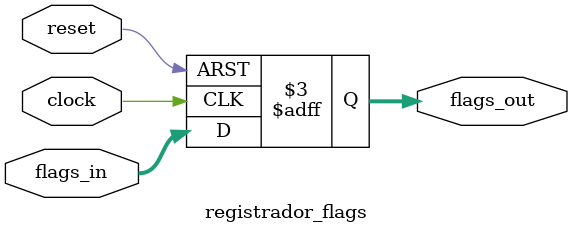
<source format=v>
module registrador_flags(
    input wire clock,
    input wire reset,
    input wire [7:0] flags_in,
    output reg [7:0] flags_out
);
    always @(posedge clock or negedge reset) begin
        if (!reset)
            flags_out <= 8'h00; // Resetar flags
        else
            flags_out <= flags_in; // Atualizar flags
    end
endmodule

</source>
